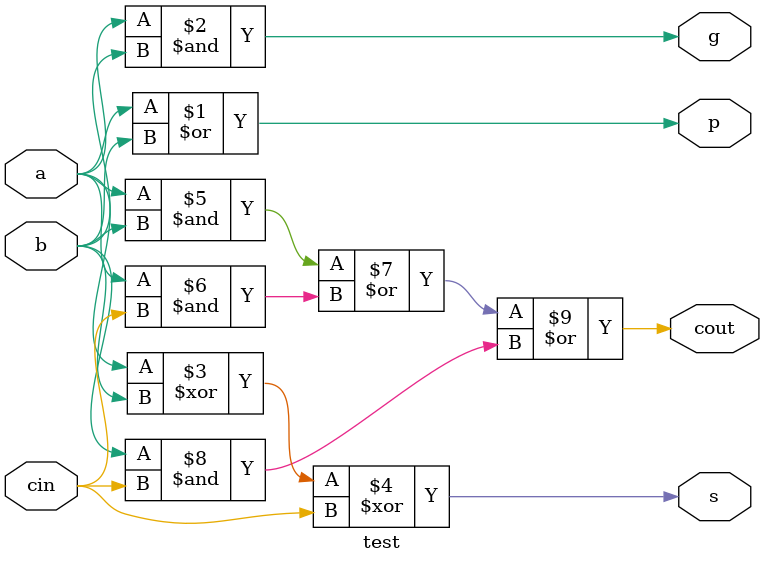
<source format=sv>
/*

cin a b  s cout p g
0 0 0 - 0 0 0 0
0 0 1 - 1 0 1 0
0 1 0 - 1 0 1 0
0 1 1 - 0 1 1 1
1 0 0 - 1 0 0 0
1 0 1 - 0 1 1 0
1 1 0 - 0 1 1 0
1 1 1 - 1 1 1 1


*/

module test(
	input logic cin, a, b,
	output logic s, cout, p, g);
	
	assign p = a | b;
	assign g = a & b;

	assign s = a ^ b ^ cin;
	assign cout = (a & b) | (a & cin) | (b & cin);
endmodule

</source>
